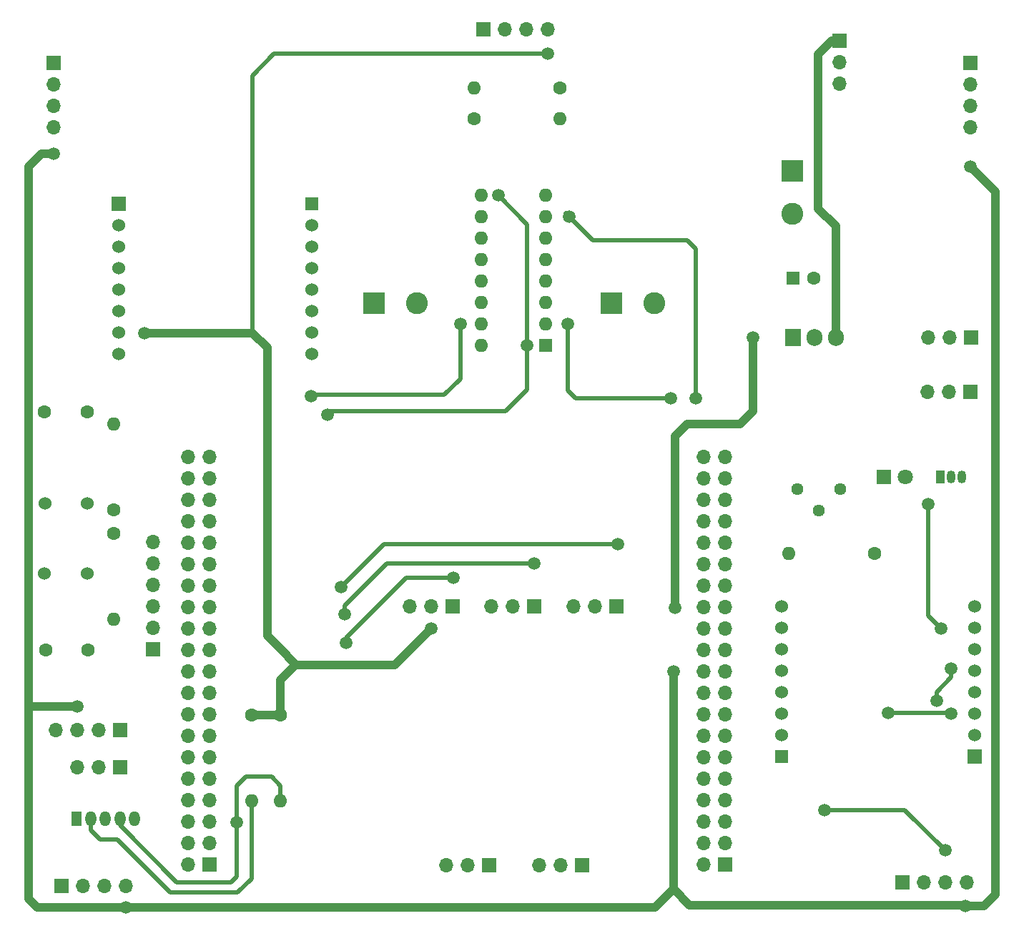
<source format=gbr>
%TF.GenerationSoftware,KiCad,Pcbnew,8.0.2*%
%TF.CreationDate,2024-05-27T11:10:36+02:00*%
%TF.ProjectId,Motor_Board_L476RG,4d6f746f-725f-4426-9f61-72645f4c3437,rev?*%
%TF.SameCoordinates,Original*%
%TF.FileFunction,Copper,L1,Top*%
%TF.FilePolarity,Positive*%
%FSLAX46Y46*%
G04 Gerber Fmt 4.6, Leading zero omitted, Abs format (unit mm)*
G04 Created by KiCad (PCBNEW 8.0.2) date 2024-05-27 11:10:36*
%MOMM*%
%LPD*%
G01*
G04 APERTURE LIST*
%TA.AperFunction,ComponentPad*%
%ADD10R,1.700000X1.700000*%
%TD*%
%TA.AperFunction,ComponentPad*%
%ADD11O,1.700000X1.700000*%
%TD*%
%TA.AperFunction,ComponentPad*%
%ADD12R,1.676400X1.676400*%
%TD*%
%TA.AperFunction,ComponentPad*%
%ADD13C,1.524000*%
%TD*%
%TA.AperFunction,ComponentPad*%
%ADD14R,1.524000X1.524000*%
%TD*%
%TA.AperFunction,ComponentPad*%
%ADD15C,1.600000*%
%TD*%
%TA.AperFunction,ComponentPad*%
%ADD16O,1.600000X1.600000*%
%TD*%
%TA.AperFunction,ComponentPad*%
%ADD17R,1.800000X1.800000*%
%TD*%
%TA.AperFunction,ComponentPad*%
%ADD18C,1.800000*%
%TD*%
%TA.AperFunction,ComponentPad*%
%ADD19C,1.440000*%
%TD*%
%TA.AperFunction,ComponentPad*%
%ADD20R,1.050000X1.500000*%
%TD*%
%TA.AperFunction,ComponentPad*%
%ADD21O,1.050000X1.500000*%
%TD*%
%TA.AperFunction,ComponentPad*%
%ADD22R,1.600000X1.600000*%
%TD*%
%TA.AperFunction,ComponentPad*%
%ADD23R,1.275000X1.800000*%
%TD*%
%TA.AperFunction,ComponentPad*%
%ADD24O,1.275000X1.800000*%
%TD*%
%TA.AperFunction,ComponentPad*%
%ADD25R,1.905000X2.000000*%
%TD*%
%TA.AperFunction,ComponentPad*%
%ADD26O,1.905000X2.000000*%
%TD*%
%TA.AperFunction,ComponentPad*%
%ADD27R,2.600000X2.600000*%
%TD*%
%TA.AperFunction,ComponentPad*%
%ADD28C,2.600000*%
%TD*%
%TA.AperFunction,ViaPad*%
%ADD29C,1.500000*%
%TD*%
%TA.AperFunction,Conductor*%
%ADD30C,0.500000*%
%TD*%
%TA.AperFunction,Conductor*%
%ADD31C,1.000000*%
%TD*%
G04 APERTURE END LIST*
D10*
%TO.P,J23,1,Pin_1*%
%TO.N,GND*%
X140750000Y-117950000D03*
D11*
%TO.P,J23,2,Pin_2*%
%TO.N,Net-(J11-Pin_24)*%
X140750000Y-115410000D03*
%TO.P,J23,3,Pin_3*%
%TO.N,Net-(J11-Pin_26)*%
X140750000Y-112870000D03*
%TO.P,J23,4,Pin_4*%
%TO.N,Net-(J11-Pin_28)*%
X140750000Y-110330000D03*
%TO.P,J23,5,Pin_5*%
%TO.N,Net-(J11-Pin_30)*%
X140750000Y-107790000D03*
%TO.P,J23,6,Pin_6*%
%TO.N,Net-(J11-Pin_32)*%
X140750000Y-105250000D03*
%TD*%
D12*
%TO.P,CON2,P1,AN*%
%TO.N,unconnected-(CON2-AN-PadP1)*%
X238000000Y-130620000D03*
D13*
%TO.P,CON2,P2,RST*%
%TO.N,nRF_CE*%
X238000000Y-128080000D03*
%TO.P,CON2,P3,CS*%
%TO.N,nRF_CS*%
X238000000Y-125540000D03*
%TO.P,CON2,P4,SCK*%
%TO.N,SCK*%
X238000000Y-123000000D03*
%TO.P,CON2,P5,MISO*%
%TO.N,MISO*%
X238000000Y-120460000D03*
%TO.P,CON2,P6,MOSI*%
%TO.N,MOSI*%
X238000000Y-117920000D03*
%TO.P,CON2,P7,3V3*%
%TO.N,3.3V_NUC*%
X238000000Y-115380000D03*
%TO.P,CON2,P8,GND1*%
%TO.N,GND*%
X238000000Y-112840000D03*
%TO.P,CON2,P9,GND2*%
X215140000Y-112840000D03*
%TO.P,CON2,P10,5V*%
%TO.N,unconnected-(CON2-5V-PadP10)*%
X215140000Y-115380000D03*
%TO.P,CON2,P11,SDA*%
%TO.N,unconnected-(CON2-SDA-PadP11)*%
X215140000Y-117920000D03*
%TO.P,CON2,P12,SCL*%
%TO.N,unconnected-(CON2-SCL-PadP12)*%
X215140000Y-120460000D03*
%TO.P,CON2,P13,RX*%
%TO.N,unconnected-(CON2-RX-PadP13)*%
X215140000Y-123000000D03*
%TO.P,CON2,P14,TX*%
%TO.N,unconnected-(CON2-TX-PadP14)*%
X215140000Y-125540000D03*
%TO.P,CON2,P15,INT*%
%TO.N,nRF_INT*%
X215140000Y-128080000D03*
D14*
%TO.P,CON2,P16,PWM*%
%TO.N,unconnected-(CON2-PWM-PadP16)*%
X215140000Y-130620000D03*
%TD*%
D12*
%TO.P,CON1,P1,AN*%
%TO.N,unconnected-(CON1-AN-PadP1)*%
X136640000Y-65220000D03*
D13*
%TO.P,CON1,P2,RST*%
%TO.N,Accel_RESET*%
X136640000Y-67760000D03*
%TO.P,CON1,P3,CS*%
%TO.N,unconnected-(CON1-CS-PadP3)*%
X136640000Y-70300000D03*
%TO.P,CON1,P4,SCK*%
%TO.N,unconnected-(CON1-SCK-PadP4)*%
X136640000Y-72840000D03*
%TO.P,CON1,P5,MISO*%
%TO.N,unconnected-(CON1-MISO-PadP5)*%
X136640000Y-75380000D03*
%TO.P,CON1,P6,MOSI*%
%TO.N,unconnected-(CON1-MOSI-PadP6)*%
X136640000Y-77920000D03*
%TO.P,CON1,P7,3V3*%
%TO.N,3.3V_NUC*%
X136640000Y-80460000D03*
%TO.P,CON1,P8,GND1*%
%TO.N,GND*%
X136640000Y-83000000D03*
%TO.P,CON1,P9,GND2*%
X159500000Y-83000000D03*
%TO.P,CON1,P10,5V*%
%TO.N,unconnected-(CON1-5V-PadP10)*%
X159500000Y-80460000D03*
%TO.P,CON1,P11,SDA*%
%TO.N,SDA*%
X159500000Y-77920000D03*
%TO.P,CON1,P12,SCL*%
%TO.N,SCL*%
X159500000Y-75380000D03*
%TO.P,CON1,P13,RX*%
%TO.N,unconnected-(CON1-RX-PadP13)*%
X159500000Y-72840000D03*
%TO.P,CON1,P14,TX*%
%TO.N,unconnected-(CON1-TX-PadP14)*%
X159500000Y-70300000D03*
%TO.P,CON1,P15,INT*%
%TO.N,Accel_INT*%
X159500000Y-67760000D03*
D14*
%TO.P,CON1,P16,PWM*%
%TO.N,unconnected-(CON1-PWM-PadP16)*%
X159500000Y-65220000D03*
%TD*%
D10*
%TO.P,J7,1,Pin_1*%
%TO.N,5V*%
X222000000Y-45920000D03*
D11*
%TO.P,J7,2,Pin_2*%
%TO.N,GND*%
X222000000Y-48460000D03*
%TO.P,J7,3,Pin_3*%
%TO.N,Servo*%
X222000000Y-51000000D03*
%TD*%
D10*
%TO.P,J15,1,Pin_1*%
%TO.N,GND*%
X229500000Y-145500000D03*
D11*
%TO.P,J15,2,Pin_2*%
%TO.N,unconnected-(J15-Pin_2-Pad2)*%
X232040000Y-145500000D03*
%TO.P,J15,3,Pin_3*%
%TO.N,Din_4*%
X234580000Y-145500000D03*
%TO.P,J15,4,Pin_4*%
%TO.N,5V_NUC*%
X237120000Y-145500000D03*
%TD*%
D10*
%TO.P,J14,1,Pin_1*%
%TO.N,GND*%
X129920000Y-146000000D03*
D11*
%TO.P,J14,2,Pin_2*%
%TO.N,unconnected-(J14-Pin_2-Pad2)*%
X132460000Y-146000000D03*
%TO.P,J14,3,Pin_3*%
%TO.N,Din_3*%
X135000000Y-146000000D03*
%TO.P,J14,4,Pin_4*%
%TO.N,5V_NUC*%
X137540000Y-146000000D03*
%TD*%
D10*
%TO.P,J13,1,Pin_1*%
%TO.N,GND*%
X129000000Y-48500000D03*
D11*
%TO.P,J13,2,Pin_2*%
%TO.N,unconnected-(J13-Pin_2-Pad2)*%
X129000000Y-51040000D03*
%TO.P,J13,3,Pin_3*%
%TO.N,Din_2*%
X129000000Y-53580000D03*
%TO.P,J13,4,Pin_4*%
%TO.N,5V_NUC*%
X129000000Y-56120000D03*
%TD*%
D10*
%TO.P,J12,1,Pin_1*%
%TO.N,GND*%
X237500000Y-48500000D03*
D11*
%TO.P,J12,2,Pin_2*%
%TO.N,unconnected-(J12-Pin_2-Pad2)*%
X237500000Y-51040000D03*
%TO.P,J12,3,Pin_3*%
%TO.N,Din_1*%
X237500000Y-53580000D03*
%TO.P,J12,4,Pin_4*%
%TO.N,5V_NUC*%
X237500000Y-56120000D03*
%TD*%
%TO.P,J11,40,Pin_40*%
%TO.N,unconnected-(J11-Pin_40-Pad40)*%
X144920001Y-95180000D03*
%TO.P,J11,39,Pin_39*%
%TO.N,unconnected-(J11-Pin_39-Pad39)*%
X147460001Y-95180000D03*
%TO.P,J11,38,Pin_38*%
%TO.N,unconnected-(J11-Pin_38-Pad38)*%
X144920001Y-97720000D03*
%TO.P,J11,37,Pin_37*%
%TO.N,unconnected-(J11-Pin_37-Pad37)*%
X147460001Y-97720000D03*
%TO.P,J11,36,Pin_36*%
%TO.N,Accel_RESET*%
X144920001Y-100260000D03*
%TO.P,J11,35,Pin_35*%
%TO.N,Din_2*%
X147460001Y-100260000D03*
%TO.P,J11,34,Pin_34*%
%TO.N,unconnected-(J11-Pin_34-Pad34)*%
X144920001Y-102800000D03*
%TO.P,J11,33,Pin_33*%
%TO.N,US_trig*%
X147460001Y-102800000D03*
%TO.P,J11,32,Pin_32*%
%TO.N,Net-(J11-Pin_32)*%
X144920001Y-105340000D03*
%TO.P,J11,31,Pin_31*%
%TO.N,US_echo_in*%
X147460001Y-105340000D03*
%TO.P,J11,30,Pin_30*%
%TO.N,Net-(J11-Pin_30)*%
X144920001Y-107880000D03*
%TO.P,J11,29,Pin_29*%
%TO.N,MOT_L_1*%
X147460001Y-107880000D03*
%TO.P,J11,28,Pin_28*%
%TO.N,Net-(J11-Pin_28)*%
X144920001Y-110420000D03*
%TO.P,J11,27,Pin_27*%
%TO.N,Accel_INT*%
X147460001Y-110420000D03*
%TO.P,J11,26,Pin_26*%
%TO.N,Net-(J11-Pin_26)*%
X144920001Y-112960000D03*
%TO.P,J11,25,Pin_25*%
%TO.N,MOT_L_2*%
X147460001Y-112960000D03*
%TO.P,J11,24,Pin_24*%
%TO.N,Net-(J11-Pin_24)*%
X144920001Y-115500000D03*
%TO.P,J11,23,Pin_23*%
%TO.N,MOT_EN*%
X147460001Y-115500000D03*
%TO.P,J11,22,Pin_22*%
%TO.N,GND*%
X144920001Y-118040000D03*
%TO.P,J11,21,Pin_21*%
%TO.N,Line_R*%
X147460001Y-118040000D03*
%TO.P,J11,20,Pin_20*%
%TO.N,unconnected-(J11-Pin_20-Pad20)*%
X144920001Y-120580000D03*
%TO.P,J11,19,Pin_19*%
%TO.N,Line_C*%
X147460001Y-120580000D03*
%TO.P,J11,18,Pin_18*%
%TO.N,unconnected-(J11-Pin_18-Pad18)*%
X144920001Y-123120000D03*
%TO.P,J11,17,Pin_17*%
%TO.N,Line_L*%
X147460001Y-123120000D03*
%TO.P,J11,16,Pin_16*%
%TO.N,SW1_OUT*%
X144920001Y-125660000D03*
%TO.P,J11,15,Pin_15*%
%TO.N,unconnected-(J11-Pin_15-Pad15)*%
X147460001Y-125660000D03*
%TO.P,J11,14,Pin_14*%
%TO.N,SW2_OUT*%
X144920001Y-128200000D03*
%TO.P,J11,13,Pin_13*%
%TO.N,unconnected-(J11-Pin_13-Pad13)*%
X147460001Y-128200000D03*
%TO.P,J11,12,Pin_12*%
%TO.N,unconnected-(J11-Pin_12-Pad12)*%
X144920001Y-130740000D03*
%TO.P,J11,11,Pin_11*%
%TO.N,unconnected-(J11-Pin_11-Pad11)*%
X147460001Y-130740000D03*
%TO.P,J11,10,Pin_10*%
%TO.N,unconnected-(J11-Pin_10-Pad10)*%
X144920001Y-133280000D03*
%TO.P,J11,9,Pin_9*%
%TO.N,unconnected-(J11-Pin_9-Pad9)*%
X147460001Y-133280000D03*
%TO.P,J11,8,Pin_8*%
%TO.N,Din_3*%
X144920001Y-135820000D03*
%TO.P,J11,7,Pin_7*%
%TO.N,SDA*%
X147460001Y-135820000D03*
%TO.P,J11,6,Pin_6*%
%TO.N,unconnected-(J11-Pin_6-Pad6)*%
X144920001Y-138360000D03*
%TO.P,J11,5,Pin_5*%
%TO.N,SCL*%
X147460001Y-138360000D03*
%TO.P,J11,4,Pin_4*%
%TO.N,Speed_R*%
X144920001Y-140900000D03*
%TO.P,J11,3,Pin_3*%
%TO.N,Speed_L*%
X147460001Y-140900000D03*
%TO.P,J11,2,Pin_2*%
%TO.N,unconnected-(J11-Pin_2-Pad2)*%
X144920001Y-143440000D03*
D10*
%TO.P,J11,1,Pin_1*%
%TO.N,unconnected-(J11-Pin_1-Pad1)*%
X147460001Y-143440000D03*
%TD*%
%TO.P,J3,1,Pin_1*%
%TO.N,Line_R*%
X195600000Y-112900000D03*
D11*
%TO.P,J3,2,Pin_2*%
%TO.N,3.3V_NUC*%
X193060000Y-112900000D03*
%TO.P,J3,3,Pin_3*%
%TO.N,GND*%
X190520000Y-112900000D03*
%TD*%
D15*
%TO.P,R3,1*%
%TO.N,US_echo_in*%
X188900000Y-51450000D03*
D16*
%TO.P,R3,2*%
%TO.N,US_echo*%
X178740000Y-51450000D03*
%TD*%
%TO.P,R2,2*%
%TO.N,GND*%
X136100000Y-91240000D03*
D15*
%TO.P,R2,1*%
%TO.N,SW2_OUT*%
X136100000Y-101400000D03*
%TD*%
%TO.P,R4,1*%
%TO.N,GND*%
X178740000Y-55100000D03*
D16*
%TO.P,R4,2*%
%TO.N,US_echo_in*%
X188900000Y-55100000D03*
%TD*%
D11*
%TO.P,J2,3,Pin_3*%
%TO.N,3.3V_NUC*%
X175420000Y-143500000D03*
%TO.P,J2,2,Pin_2*%
%TO.N,GND*%
X177960000Y-143500000D03*
D10*
%TO.P,J2,1,Pin_1*%
%TO.N,Speed_L*%
X180500000Y-143500000D03*
%TD*%
D17*
%TO.P,D1,1,K*%
%TO.N,Net-(D1-K)*%
X227260000Y-97500000D03*
D18*
%TO.P,D1,2,A*%
%TO.N,3.3V_NUC*%
X229800000Y-97500000D03*
%TD*%
D19*
%TO.P,RV1,3,3*%
%TO.N,GND*%
X222100000Y-99015000D03*
%TO.P,RV1,2,2*%
%TO.N,POT_OUT*%
X219560000Y-101555000D03*
%TO.P,RV1,1,1*%
%TO.N,3.3V_NUC*%
X217020000Y-99015000D03*
%TD*%
D13*
%TO.P,SW1,2,2*%
%TO.N,SW1_OUT*%
X132900000Y-109000000D03*
%TO.P,SW1,1,1*%
%TO.N,3.3V_NUC*%
X127900000Y-109000000D03*
%TD*%
D20*
%TO.P,U1,1,+V_{S}*%
%TO.N,3.3V_NUC*%
X233960000Y-97500000D03*
D21*
%TO.P,U1,2,V_{OUT}*%
%TO.N,TEMP_OUT*%
X235230000Y-97500000D03*
%TO.P,U1,3,GND*%
%TO.N,GND*%
X236500000Y-97500000D03*
%TD*%
D16*
%TO.P,R7,2*%
%TO.N,SDA*%
X152420001Y-135860000D03*
D15*
%TO.P,R7,1*%
%TO.N,3.3V_NUC*%
X152420001Y-125700000D03*
%TD*%
D22*
%TO.P,C3,1*%
%TO.N,VIN*%
X216500000Y-74000000D03*
D15*
%TO.P,C3,2*%
%TO.N,GND*%
X219000000Y-74000000D03*
%TD*%
%TO.P,R5,1*%
%TO.N,Net-(D1-K)*%
X226160000Y-106615000D03*
D16*
%TO.P,R5,2*%
%TO.N,LED_OUT*%
X216000000Y-106615000D03*
%TD*%
D23*
%TO.P,J9,1,Pin_1*%
%TO.N,unconnected-(J9-Pin_1-Pad1)*%
X131700000Y-138000000D03*
D24*
%TO.P,J9,2,Pin_2*%
%TO.N,SDA*%
X133400000Y-138000000D03*
%TO.P,J9,3,Pin_3*%
%TO.N,GND*%
X135100000Y-138000000D03*
%TO.P,J9,4,Pin_4*%
%TO.N,SCL*%
X136800000Y-138000000D03*
%TO.P,J9,5,Pin_5*%
%TO.N,3.3V_NUC*%
X138500000Y-138000000D03*
%TD*%
D16*
%TO.P,R1,2*%
%TO.N,GND*%
X136100000Y-114360000D03*
D15*
%TO.P,R1,1*%
%TO.N,SW1_OUT*%
X136100000Y-104200000D03*
%TD*%
D10*
%TO.P,J18,1,Pin_1*%
%TO.N,SCL*%
X136800000Y-127510000D03*
D11*
%TO.P,J18,2,Pin_2*%
%TO.N,SDA*%
X134260000Y-127510000D03*
%TO.P,J18,3,Pin_3*%
%TO.N,5V_NUC*%
X131720000Y-127510000D03*
%TO.P,J18,4,Pin_4*%
%TO.N,GND*%
X129180000Y-127510000D03*
%TD*%
D10*
%TO.P,J6,1,Pin_1*%
%TO.N,GND*%
X179810000Y-44500000D03*
D11*
%TO.P,J6,2,Pin_2*%
%TO.N,US_echo*%
X182350000Y-44500000D03*
%TO.P,J6,3,Pin_3*%
%TO.N,US_trig*%
X184890000Y-44500000D03*
%TO.P,J6,4,Pin_4*%
%TO.N,3.3V_NUC*%
X187430000Y-44500000D03*
%TD*%
D10*
%TO.P,J17,1,Pin_1*%
%TO.N,SCL*%
X136800000Y-131910000D03*
D11*
%TO.P,J17,2,Pin_2*%
%TO.N,SDA*%
X134260000Y-131910000D03*
%TO.P,J17,3,Pin_3*%
%TO.N,GND*%
X131720000Y-131910000D03*
%TD*%
D15*
%TO.P,C1,2*%
%TO.N,SW1_OUT*%
X133000000Y-118000000D03*
%TO.P,C1,1*%
%TO.N,3.3V_NUC*%
X128000000Y-118000000D03*
%TD*%
%TO.P,C2,2*%
%TO.N,SW2_OUT*%
X132900000Y-89800000D03*
%TO.P,C2,1*%
%TO.N,3.3V_NUC*%
X127900000Y-89800000D03*
%TD*%
D25*
%TO.P,U2,1,VI*%
%TO.N,VIN*%
X216500000Y-81000000D03*
D26*
%TO.P,U2,2,GND*%
%TO.N,GND*%
X219040000Y-81000000D03*
%TO.P,U2,3,VO*%
%TO.N,5V*%
X221580000Y-81000000D03*
%TD*%
D27*
%TO.P,J21,1,Pin_1*%
%TO.N,Net-(J21-Pin_1)*%
X195000000Y-77000000D03*
D28*
%TO.P,J21,2,Pin_2*%
%TO.N,Net-(J21-Pin_2)*%
X200080000Y-77000000D03*
%TD*%
D22*
%TO.P,U3,1,1\u002C2EN*%
%TO.N,MOT_EN*%
X187200000Y-81980000D03*
D16*
%TO.P,U3,2,1A*%
%TO.N,MOT_R_1*%
X187200000Y-79440000D03*
%TO.P,U3,3,1Y*%
%TO.N,Net-(J21-Pin_1)*%
X187200000Y-76900000D03*
%TO.P,U3,4,GND*%
%TO.N,GND*%
X187200000Y-74360000D03*
%TO.P,U3,5,GND*%
X187200000Y-71820000D03*
%TO.P,U3,6,2Y*%
%TO.N,Net-(J21-Pin_2)*%
X187200000Y-69280000D03*
%TO.P,U3,7,2A*%
%TO.N,MOT_R_2*%
X187200000Y-66740000D03*
%TO.P,U3,8,VCC2*%
%TO.N,VIN*%
X187200000Y-64200000D03*
%TO.P,U3,9,3\u002C4EN*%
%TO.N,MOT_EN*%
X179580000Y-64200000D03*
%TO.P,U3,10,3A*%
%TO.N,MOT_L_1*%
X179580000Y-66740000D03*
%TO.P,U3,11,3Y*%
%TO.N,Net-(J22-Pin_1)*%
X179580000Y-69280000D03*
%TO.P,U3,12,GND*%
%TO.N,GND*%
X179580000Y-71820000D03*
%TO.P,U3,13,GND*%
X179580000Y-74360000D03*
%TO.P,U3,14,4Y*%
%TO.N,Net-(J22-Pin_2)*%
X179580000Y-76900000D03*
%TO.P,U3,15,4A*%
%TO.N,MOT_L_2*%
X179580000Y-79440000D03*
%TO.P,U3,16,VCC1*%
%TO.N,5V*%
X179580000Y-81980000D03*
%TD*%
%TO.P,R6,2*%
%TO.N,SCL*%
X155820001Y-135860000D03*
D15*
%TO.P,R6,1*%
%TO.N,3.3V_NUC*%
X155820001Y-125700000D03*
%TD*%
D13*
%TO.P,SW2,2,2*%
%TO.N,SW2_OUT*%
X132950000Y-100650000D03*
%TO.P,SW2,1,1*%
%TO.N,3.3V_NUC*%
X127950000Y-100650000D03*
%TD*%
D10*
%TO.P,J19,1,Pin_1*%
%TO.N,GND*%
X237580000Y-81000000D03*
D11*
%TO.P,J19,2,Pin_2*%
X235040000Y-81000000D03*
%TO.P,J19,3,Pin_3*%
X232500000Y-81000000D03*
%TD*%
D28*
%TO.P,J8,2,Pin_2*%
%TO.N,VIN*%
X216400000Y-66380000D03*
D27*
%TO.P,J8,1,Pin_1*%
%TO.N,GND*%
X216400000Y-61300000D03*
%TD*%
D11*
%TO.P,J5,3,Pin_3*%
%TO.N,GND*%
X171120000Y-112900000D03*
%TO.P,J5,2,Pin_2*%
%TO.N,3.3V_NUC*%
X173660000Y-112900000D03*
D10*
%TO.P,J5,1,Pin_1*%
%TO.N,Line_L*%
X176200000Y-112900000D03*
%TD*%
%TO.P,J1,1,Pin_1*%
%TO.N,Speed_R*%
X191500000Y-143500000D03*
D11*
%TO.P,J1,2,Pin_2*%
%TO.N,GND*%
X188960000Y-143500000D03*
%TO.P,J1,3,Pin_3*%
%TO.N,3.3V_NUC*%
X186420000Y-143500000D03*
%TD*%
D27*
%TO.P,J22,1,Pin_1*%
%TO.N,Net-(J22-Pin_1)*%
X166920000Y-77000000D03*
D28*
%TO.P,J22,2,Pin_2*%
%TO.N,Net-(J22-Pin_2)*%
X172000000Y-77000000D03*
%TD*%
D11*
%TO.P,J4,3,Pin_3*%
%TO.N,GND*%
X180820000Y-112900000D03*
%TO.P,J4,2,Pin_2*%
%TO.N,3.3V_NUC*%
X183360000Y-112900000D03*
D10*
%TO.P,J4,1,Pin_1*%
%TO.N,Line_C*%
X185900000Y-112900000D03*
%TD*%
D11*
%TO.P,J10,40,Pin_40*%
%TO.N,Din_1*%
X205960000Y-95180000D03*
%TO.P,J10,39,Pin_39*%
%TO.N,POT_OUT*%
X208500000Y-95180000D03*
%TO.P,J10,38,Pin_38*%
%TO.N,MOT_R_2*%
X205960000Y-97720000D03*
%TO.P,J10,37,Pin_37*%
%TO.N,TEMP_OUT*%
X208500000Y-97720000D03*
%TO.P,J10,36,Pin_36*%
%TO.N,MOT_R_1*%
X205960000Y-100260000D03*
%TO.P,J10,35,Pin_35*%
%TO.N,unconnected-(J10-Pin_35-Pad35)*%
X208500000Y-100260000D03*
%TO.P,J10,34,Pin_34*%
%TO.N,ADC_OUT*%
X205960000Y-102800000D03*
%TO.P,J10,33,Pin_33*%
%TO.N,unconnected-(J10-Pin_33-Pad33)*%
X208500000Y-102800000D03*
%TO.P,J10,32,Pin_32*%
%TO.N,unconnected-(J10-Pin_32-Pad32)*%
X205960000Y-105340000D03*
%TO.P,J10,31,Pin_31*%
%TO.N,unconnected-(J10-Pin_31-Pad31)*%
X208500000Y-105340000D03*
%TO.P,J10,30,Pin_30*%
%TO.N,unconnected-(J10-Pin_30-Pad30)*%
X205960000Y-107880000D03*
%TO.P,J10,29,Pin_29*%
%TO.N,LED_OUT*%
X208500000Y-107880000D03*
%TO.P,J10,28,Pin_28*%
%TO.N,unconnected-(J10-Pin_28-Pad28)*%
X205960000Y-110420000D03*
%TO.P,J10,27,Pin_27*%
%TO.N,Servo*%
X208500000Y-110420000D03*
%TO.P,J10,26,Pin_26*%
%TO.N,VIN*%
X205960000Y-112960000D03*
%TO.P,J10,25,Pin_25*%
%TO.N,USER_BUTTON*%
X208500000Y-112960000D03*
%TO.P,J10,24,Pin_24*%
%TO.N,GND*%
X205960000Y-115500000D03*
%TO.P,J10,23,Pin_23*%
%TO.N,unconnected-(J10-Pin_23-Pad23)*%
X208500000Y-115500000D03*
%TO.P,J10,22,Pin_22*%
%TO.N,GND*%
X205960000Y-118040000D03*
%TO.P,J10,21,Pin_21*%
X208500000Y-118040000D03*
%TO.P,J10,20,Pin_20*%
%TO.N,5V_NUC*%
X205960000Y-120580000D03*
%TO.P,J10,19,Pin_19*%
%TO.N,nRF_INT*%
X208500000Y-120580000D03*
%TO.P,J10,18,Pin_18*%
%TO.N,3.3V_NUC*%
X205960000Y-123120000D03*
%TO.P,J10,17,Pin_17*%
%TO.N,nRF_CS*%
X208500000Y-123120000D03*
%TO.P,J10,16,Pin_16*%
%TO.N,unconnected-(J10-Pin_16-Pad16)*%
X205960000Y-125660000D03*
%TO.P,J10,15,Pin_15*%
%TO.N,Din_4*%
X208500000Y-125660000D03*
%TO.P,J10,14,Pin_14*%
%TO.N,unconnected-(J10-Pin_14-Pad14)*%
X205960000Y-128200000D03*
%TO.P,J10,13,Pin_13*%
%TO.N,unconnected-(J10-Pin_13-Pad13)*%
X208500000Y-128200000D03*
%TO.P,J10,12,Pin_12*%
%TO.N,unconnected-(J10-Pin_12-Pad12)*%
X205960000Y-130740000D03*
%TO.P,J10,11,Pin_11*%
%TO.N,unconnected-(J10-Pin_11-Pad11)*%
X208500000Y-130740000D03*
%TO.P,J10,10,Pin_10*%
%TO.N,unconnected-(J10-Pin_10-Pad10)*%
X205960000Y-133280000D03*
%TO.P,J10,9,Pin_9*%
%TO.N,unconnected-(J10-Pin_9-Pad9)*%
X208500000Y-133280000D03*
%TO.P,J10,8,Pin_8*%
%TO.N,unconnected-(J10-Pin_8-Pad8)*%
X205960000Y-135820000D03*
%TO.P,J10,7,Pin_7*%
%TO.N,unconnected-(J10-Pin_7-Pad7)*%
X208500000Y-135820000D03*
%TO.P,J10,6,Pin_6*%
%TO.N,nRF_CE*%
X205960000Y-138360000D03*
%TO.P,J10,5,Pin_5*%
%TO.N,MOSI*%
X208500000Y-138360000D03*
%TO.P,J10,4,Pin_4*%
%TO.N,MISO*%
X205960000Y-140900000D03*
%TO.P,J10,3,Pin_3*%
%TO.N,SCK*%
X208500000Y-140900000D03*
%TO.P,J10,2,Pin_2*%
%TO.N,unconnected-(J10-Pin_2-Pad2)*%
X205960000Y-143440000D03*
D10*
%TO.P,J10,1,Pin_1*%
%TO.N,unconnected-(J10-Pin_1-Pad1)*%
X208500000Y-143440000D03*
%TD*%
%TO.P,J20,1,Pin_1*%
%TO.N,3.3V_NUC*%
X237500000Y-87500000D03*
D11*
%TO.P,J20,2,Pin_2*%
X234960000Y-87500000D03*
%TO.P,J20,3,Pin_3*%
X232420000Y-87500000D03*
%TD*%
D29*
%TO.N,5V_NUC*%
X129000000Y-59250000D03*
%TO.N,VIN*%
X211750000Y-81000000D03*
X202500000Y-113000000D03*
%TO.N,Line_L*%
X176250000Y-109500000D03*
X163600000Y-117200000D03*
%TO.N,Line_C*%
X163400000Y-113800000D03*
X185900000Y-107750000D03*
%TO.N,Line_R*%
X195750000Y-105500000D03*
X163000000Y-110600000D03*
%TO.N,MOT_EN*%
X161400000Y-90200000D03*
%TO.N,MOT_R_1*%
X202000000Y-88250000D03*
%TO.N,MOT_R_2*%
X205000000Y-88250000D03*
%TO.N,MOT_L_2*%
X159400000Y-88000000D03*
%TO.N,5V_NUC*%
X237500000Y-60750000D03*
%TO.N,MISO*%
X233500000Y-124000000D03*
%TO.N,Din_4*%
X234500000Y-141750000D03*
X220250000Y-137000000D03*
%TO.N,MISO*%
X235250000Y-120250000D03*
%TO.N,3.3V_NUC*%
X232500000Y-100750000D03*
X234000000Y-115500000D03*
X187430000Y-47430000D03*
X139750000Y-80500000D03*
X173660000Y-115500000D03*
%TO.N,5V_NUC*%
X131750000Y-124750000D03*
X137500000Y-148500000D03*
X236875000Y-148375000D03*
X202330000Y-120580000D03*
%TO.N,nRF_CS*%
X235250000Y-125540000D03*
X227750000Y-125500000D03*
%TO.N,MISO*%
X235250000Y-120250000D03*
%TO.N,SCL*%
X150620001Y-138460000D03*
%TO.N,MOT_EN*%
X185020000Y-81980000D03*
X181600000Y-64200000D03*
%TO.N,MOT_R_2*%
X190000000Y-66700000D03*
X190000000Y-66700000D03*
%TO.N,MOT_L_2*%
X177100000Y-79400000D03*
%TO.N,MOT_R_1*%
X189800000Y-79400000D03*
%TD*%
D30*
%TO.N,MOT_L_2*%
X177100000Y-85900000D02*
X177100000Y-79400000D01*
X175200000Y-87800000D02*
X177100000Y-85900000D01*
X159400000Y-88000000D02*
X159600000Y-87800000D01*
X159600000Y-87800000D02*
X175200000Y-87800000D01*
%TO.N,MOT_EN*%
X185020000Y-87230000D02*
X185020000Y-81980000D01*
X182500000Y-89750000D02*
X185020000Y-87230000D01*
X161850000Y-89750000D02*
X182500000Y-89750000D01*
X161400000Y-90200000D02*
X161850000Y-89750000D01*
%TO.N,Line_L*%
X163600000Y-116600000D02*
X170700000Y-109500000D01*
X163600000Y-117200000D02*
X163600000Y-116600000D01*
X170700000Y-109500000D02*
X176250000Y-109500000D01*
%TO.N,Line_C*%
X168450000Y-107750000D02*
X185900000Y-107750000D01*
X163400000Y-113800000D02*
X163400000Y-112800000D01*
X163400000Y-112800000D02*
X168450000Y-107750000D01*
%TO.N,Line_R*%
X168100000Y-105500000D02*
X195750000Y-105500000D01*
X163000000Y-110600000D02*
X168100000Y-105500000D01*
D31*
%TO.N,3.3V_NUC*%
X154250000Y-116350000D02*
X155700000Y-117800000D01*
X154250000Y-82250000D02*
X154250000Y-116350000D01*
X152500000Y-80500000D02*
X154250000Y-82250000D01*
X169360000Y-119800000D02*
X173660000Y-115500000D01*
X157700000Y-119800000D02*
X169360000Y-119800000D01*
X155700000Y-117800000D02*
X157700000Y-119800000D01*
X155820001Y-121579999D02*
X155820001Y-125700000D01*
X157600000Y-119800000D02*
X155820001Y-121579999D01*
X157600000Y-119700000D02*
X157600000Y-119800000D01*
X155700000Y-117800000D02*
X157600000Y-119700000D01*
%TO.N,5V_NUC*%
X127500000Y-59250000D02*
X129000000Y-59250000D01*
X126000000Y-60750000D02*
X127500000Y-59250000D01*
X126000000Y-124625000D02*
X126000000Y-60750000D01*
X126125000Y-124750000D02*
X126000000Y-124625000D01*
X127000000Y-148500000D02*
X137500000Y-148500000D01*
X126000000Y-124875000D02*
X126000000Y-147500000D01*
X126000000Y-147500000D02*
X127000000Y-148500000D01*
X126125000Y-124750000D02*
X126000000Y-124875000D01*
X131750000Y-124750000D02*
X126125000Y-124750000D01*
%TO.N,VIN*%
X211750000Y-89750000D02*
X211750000Y-81000000D01*
X210250000Y-91250000D02*
X211750000Y-89750000D01*
X202500000Y-92750000D02*
X204000000Y-91250000D01*
X204000000Y-91250000D02*
X210250000Y-91250000D01*
X202500000Y-113000000D02*
X202500000Y-92750000D01*
D30*
%TO.N,MOT_R_2*%
X192800000Y-69500000D02*
X190000000Y-66700000D01*
X204000000Y-69500000D02*
X192800000Y-69500000D01*
X205000000Y-70500000D02*
X204000000Y-69500000D01*
X205000000Y-88250000D02*
X205000000Y-70500000D01*
%TO.N,MOT_R_1*%
X189800000Y-87300000D02*
X189800000Y-79400000D01*
X190750000Y-88250000D02*
X189800000Y-87300000D01*
X202000000Y-88250000D02*
X190750000Y-88250000D01*
D31*
%TO.N,5V_NUC*%
X240500000Y-63750000D02*
X237500000Y-60750000D01*
X240500000Y-147000000D02*
X240500000Y-63750000D01*
X239125000Y-148375000D02*
X240500000Y-147000000D01*
X236875000Y-148375000D02*
X239125000Y-148375000D01*
D30*
%TO.N,nRF_CS*%
X227750000Y-125500000D02*
X235210000Y-125500000D01*
X235210000Y-125500000D02*
X235250000Y-125540000D01*
%TO.N,MISO*%
X233500000Y-123000000D02*
X235250000Y-121250000D01*
X233500000Y-124000000D02*
X233500000Y-123000000D01*
X235250000Y-121250000D02*
X235250000Y-120250000D01*
%TO.N,Din_4*%
X220250000Y-137000000D02*
X229750000Y-137000000D01*
X229750000Y-137000000D02*
X234500000Y-141750000D01*
%TO.N,3.3V_NUC*%
X232500000Y-100750000D02*
X232500000Y-114000000D01*
X232500000Y-114000000D02*
X234000000Y-115500000D01*
X152500000Y-50000000D02*
X152500000Y-80500000D01*
X155070000Y-47430000D02*
X152500000Y-50000000D01*
X187430000Y-47430000D02*
X155070000Y-47430000D01*
%TO.N,SDA*%
X152420001Y-145079999D02*
X152420001Y-135860000D01*
%TO.N,SCL*%
X154750000Y-133000000D02*
X155820001Y-134070001D01*
X155820001Y-134070001D02*
X155820001Y-135860000D01*
X151750000Y-133000000D02*
X154750000Y-133000000D01*
X150620001Y-134129999D02*
X151750000Y-133000000D01*
X150620001Y-138460000D02*
X150620001Y-134129999D01*
D31*
%TO.N,3.3V_NUC*%
X139750000Y-80500000D02*
X152500000Y-80500000D01*
%TO.N,5V_NUC*%
X200160000Y-148500000D02*
X202330000Y-146330000D01*
X137500000Y-148500000D02*
X200160000Y-148500000D01*
D30*
%TO.N,SDA*%
X136500000Y-140500000D02*
X142750000Y-146750000D01*
X142750000Y-146750000D02*
X150750000Y-146750000D01*
X134500000Y-140500000D02*
X136500000Y-140500000D01*
X133400000Y-139400000D02*
X134500000Y-140500000D01*
X133400000Y-138000000D02*
X133400000Y-139400000D01*
X150750000Y-146750000D02*
X152420001Y-145079999D01*
%TO.N,SCL*%
X150620001Y-144870001D02*
X150620001Y-138460000D01*
X149990002Y-145500000D02*
X150620001Y-144870001D01*
X136800000Y-138800000D02*
X143500000Y-145500000D01*
X136800000Y-138000000D02*
X136800000Y-138800000D01*
X143500000Y-145500000D02*
X149990002Y-145500000D01*
D31*
%TO.N,5V*%
X219500000Y-47500000D02*
X219500000Y-65750000D01*
X221580000Y-67830000D02*
X221580000Y-81000000D01*
X221080000Y-45920000D02*
X219500000Y-47500000D01*
X219500000Y-65750000D02*
X221580000Y-67830000D01*
X222000000Y-45920000D02*
X221080000Y-45920000D01*
%TO.N,5V_NUC*%
X204250000Y-148250000D02*
X202330000Y-146330000D01*
X202330000Y-146330000D02*
X202330000Y-120580000D01*
X236750000Y-148250000D02*
X204250000Y-148250000D01*
X236875000Y-148375000D02*
X236750000Y-148250000D01*
%TO.N,3.3V_NUC*%
X155820001Y-125700000D02*
X152420001Y-125700000D01*
D30*
%TO.N,MOT_EN*%
X185020000Y-81980000D02*
X185020000Y-67620000D01*
X185020000Y-67620000D02*
X181600000Y-64200000D01*
%TO.N,MOT_R_2*%
X190000000Y-66700000D02*
X189600000Y-66300000D01*
%TO.N,MOT_L_2*%
X177100000Y-79400000D02*
X177000000Y-79300000D01*
%TD*%
M02*

</source>
